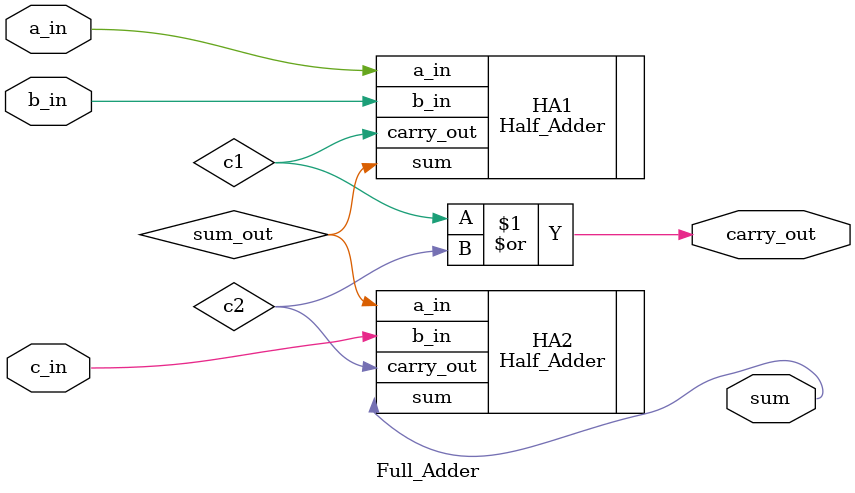
<source format=v>
module Full_Adder(
    input a_in,b_in,c_in,
    output sum,carry_out
    );
    wire sum_out;
    wire c1,c2;
    //Using Module Instantiations
    Half_Adder HA1(
        .a_in(a_in),
        .b_in(b_in),
        .sum(sum_out),
        .carry_out(c1)
    );
    Half_Adder HA2(
        .a_in(sum_out),
        .b_in(c_in),
        .sum(sum),
        .carry_out(c2)
    );
    assign carry_out = c1 | c2;
endmodule

</source>
